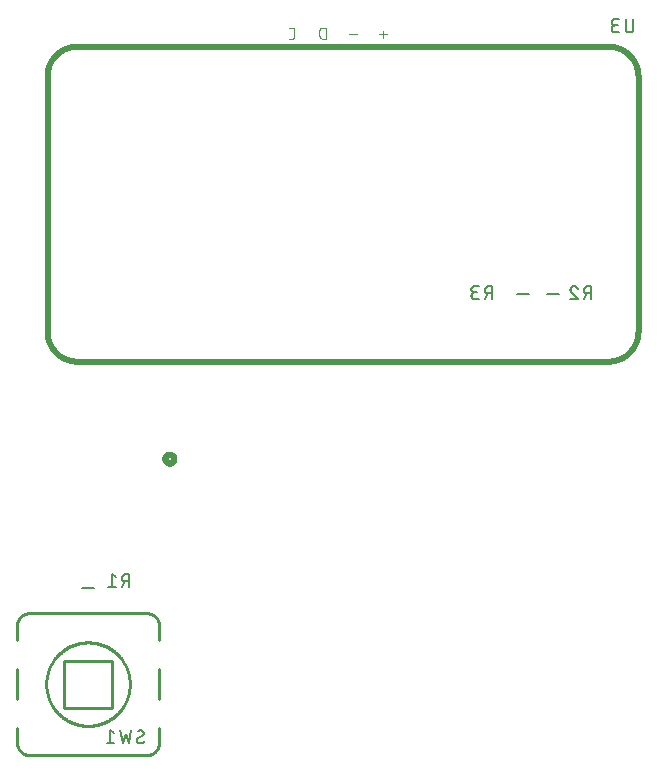
<source format=gbr>
G04 EAGLE Gerber RS-274X export*
G75*
%MOMM*%
%FSLAX34Y34*%
%LPD*%
%INSilkscreen Bottom*%
%IPPOS*%
%AMOC8*
5,1,8,0,0,1.08239X$1,22.5*%
G01*
%ADD10C,0.254000*%
%ADD11C,0.152400*%
%ADD12C,0.508000*%
%ADD13C,0.076200*%
%ADD14C,0.127000*%


D10*
X41600Y102400D02*
X41603Y102158D01*
X41612Y101917D01*
X41626Y101676D01*
X41647Y101435D01*
X41673Y101195D01*
X41705Y100955D01*
X41743Y100716D01*
X41786Y100479D01*
X41836Y100242D01*
X41891Y100007D01*
X41951Y99773D01*
X42018Y99541D01*
X42089Y99310D01*
X42167Y99081D01*
X42250Y98854D01*
X42338Y98629D01*
X42432Y98406D01*
X42531Y98186D01*
X42636Y97968D01*
X42745Y97753D01*
X42860Y97540D01*
X42980Y97330D01*
X43105Y97124D01*
X43235Y96920D01*
X43370Y96719D01*
X43510Y96522D01*
X43654Y96328D01*
X43803Y96138D01*
X43957Y95952D01*
X44115Y95769D01*
X44277Y95590D01*
X44444Y95415D01*
X44615Y95244D01*
X44790Y95077D01*
X44969Y94915D01*
X45152Y94757D01*
X45338Y94603D01*
X45528Y94454D01*
X45722Y94310D01*
X45919Y94170D01*
X46120Y94035D01*
X46324Y93905D01*
X46530Y93780D01*
X46740Y93660D01*
X46953Y93545D01*
X47168Y93436D01*
X47386Y93331D01*
X47606Y93232D01*
X47829Y93138D01*
X48054Y93050D01*
X48281Y92967D01*
X48510Y92889D01*
X48741Y92818D01*
X48973Y92751D01*
X49207Y92691D01*
X49442Y92636D01*
X49679Y92586D01*
X49916Y92543D01*
X50155Y92505D01*
X50395Y92473D01*
X50635Y92447D01*
X50876Y92426D01*
X51117Y92412D01*
X51358Y92403D01*
X51600Y92400D01*
X151600Y92400D01*
X151842Y92403D01*
X152083Y92412D01*
X152324Y92426D01*
X152565Y92447D01*
X152805Y92473D01*
X153045Y92505D01*
X153284Y92543D01*
X153521Y92586D01*
X153758Y92636D01*
X153993Y92691D01*
X154227Y92751D01*
X154459Y92818D01*
X154690Y92889D01*
X154919Y92967D01*
X155146Y93050D01*
X155371Y93138D01*
X155594Y93232D01*
X155814Y93331D01*
X156032Y93436D01*
X156247Y93545D01*
X156460Y93660D01*
X156670Y93780D01*
X156876Y93905D01*
X157080Y94035D01*
X157281Y94170D01*
X157478Y94310D01*
X157672Y94454D01*
X157862Y94603D01*
X158048Y94757D01*
X158231Y94915D01*
X158410Y95077D01*
X158585Y95244D01*
X158756Y95415D01*
X158923Y95590D01*
X159085Y95769D01*
X159243Y95952D01*
X159397Y96138D01*
X159546Y96328D01*
X159690Y96522D01*
X159830Y96719D01*
X159965Y96920D01*
X160095Y97124D01*
X160220Y97330D01*
X160340Y97540D01*
X160455Y97753D01*
X160564Y97968D01*
X160669Y98186D01*
X160768Y98406D01*
X160862Y98629D01*
X160950Y98854D01*
X161033Y99081D01*
X161111Y99310D01*
X161182Y99541D01*
X161249Y99773D01*
X161309Y100007D01*
X161364Y100242D01*
X161414Y100479D01*
X161457Y100716D01*
X161495Y100955D01*
X161527Y101195D01*
X161553Y101435D01*
X161574Y101676D01*
X161588Y101917D01*
X161597Y102158D01*
X161600Y102400D01*
X161600Y202400D02*
X161597Y202642D01*
X161588Y202883D01*
X161574Y203124D01*
X161553Y203365D01*
X161527Y203605D01*
X161495Y203845D01*
X161457Y204084D01*
X161414Y204321D01*
X161364Y204558D01*
X161309Y204793D01*
X161249Y205027D01*
X161182Y205259D01*
X161111Y205490D01*
X161033Y205719D01*
X160950Y205946D01*
X160862Y206171D01*
X160768Y206394D01*
X160669Y206614D01*
X160564Y206832D01*
X160455Y207047D01*
X160340Y207260D01*
X160220Y207470D01*
X160095Y207676D01*
X159965Y207880D01*
X159830Y208081D01*
X159690Y208278D01*
X159546Y208472D01*
X159397Y208662D01*
X159243Y208848D01*
X159085Y209031D01*
X158923Y209210D01*
X158756Y209385D01*
X158585Y209556D01*
X158410Y209723D01*
X158231Y209885D01*
X158048Y210043D01*
X157862Y210197D01*
X157672Y210346D01*
X157478Y210490D01*
X157281Y210630D01*
X157080Y210765D01*
X156876Y210895D01*
X156670Y211020D01*
X156460Y211140D01*
X156247Y211255D01*
X156032Y211364D01*
X155814Y211469D01*
X155594Y211568D01*
X155371Y211662D01*
X155146Y211750D01*
X154919Y211833D01*
X154690Y211911D01*
X154459Y211982D01*
X154227Y212049D01*
X153993Y212109D01*
X153758Y212164D01*
X153521Y212214D01*
X153284Y212257D01*
X153045Y212295D01*
X152805Y212327D01*
X152565Y212353D01*
X152324Y212374D01*
X152083Y212388D01*
X151842Y212397D01*
X151600Y212400D01*
X51600Y212400D01*
X51358Y212397D01*
X51117Y212388D01*
X50876Y212374D01*
X50635Y212353D01*
X50395Y212327D01*
X50155Y212295D01*
X49916Y212257D01*
X49679Y212214D01*
X49442Y212164D01*
X49207Y212109D01*
X48973Y212049D01*
X48741Y211982D01*
X48510Y211911D01*
X48281Y211833D01*
X48054Y211750D01*
X47829Y211662D01*
X47606Y211568D01*
X47386Y211469D01*
X47168Y211364D01*
X46953Y211255D01*
X46740Y211140D01*
X46530Y211020D01*
X46324Y210895D01*
X46120Y210765D01*
X45919Y210630D01*
X45722Y210490D01*
X45528Y210346D01*
X45338Y210197D01*
X45152Y210043D01*
X44969Y209885D01*
X44790Y209723D01*
X44615Y209556D01*
X44444Y209385D01*
X44277Y209210D01*
X44115Y209031D01*
X43957Y208848D01*
X43803Y208662D01*
X43654Y208472D01*
X43510Y208278D01*
X43370Y208081D01*
X43235Y207880D01*
X43105Y207676D01*
X42980Y207470D01*
X42860Y207260D01*
X42745Y207047D01*
X42636Y206832D01*
X42531Y206614D01*
X42432Y206394D01*
X42338Y206171D01*
X42250Y205946D01*
X42167Y205719D01*
X42089Y205490D01*
X42018Y205259D01*
X41951Y205027D01*
X41891Y204793D01*
X41836Y204558D01*
X41786Y204321D01*
X41743Y204084D01*
X41705Y203845D01*
X41673Y203605D01*
X41647Y203365D01*
X41626Y203124D01*
X41612Y202883D01*
X41603Y202642D01*
X41600Y202400D01*
X66245Y152400D02*
X66256Y153268D01*
X66288Y154135D01*
X66341Y155001D01*
X66415Y155865D01*
X66511Y156728D01*
X66628Y157588D01*
X66766Y158444D01*
X66924Y159297D01*
X67104Y160146D01*
X67305Y160991D01*
X67526Y161830D01*
X67767Y162663D01*
X68029Y163490D01*
X68312Y164311D01*
X68614Y165124D01*
X68936Y165930D01*
X69278Y166727D01*
X69639Y167516D01*
X70020Y168296D01*
X70420Y169066D01*
X70838Y169826D01*
X71275Y170576D01*
X71730Y171315D01*
X72203Y172042D01*
X72694Y172758D01*
X73203Y173461D01*
X73728Y174152D01*
X74270Y174829D01*
X74829Y175493D01*
X75404Y176143D01*
X75994Y176779D01*
X76600Y177400D01*
X77221Y178006D01*
X77857Y178596D01*
X78507Y179171D01*
X79171Y179730D01*
X79848Y180272D01*
X80539Y180797D01*
X81242Y181306D01*
X81958Y181797D01*
X82685Y182270D01*
X83424Y182725D01*
X84174Y183162D01*
X84934Y183580D01*
X85704Y183980D01*
X86484Y184361D01*
X87273Y184722D01*
X88070Y185064D01*
X88876Y185386D01*
X89689Y185688D01*
X90510Y185971D01*
X91337Y186233D01*
X92170Y186474D01*
X93009Y186695D01*
X93854Y186896D01*
X94703Y187076D01*
X95556Y187234D01*
X96412Y187372D01*
X97272Y187489D01*
X98135Y187585D01*
X98999Y187659D01*
X99865Y187712D01*
X100732Y187744D01*
X101600Y187755D01*
X102468Y187744D01*
X103335Y187712D01*
X104201Y187659D01*
X105065Y187585D01*
X105928Y187489D01*
X106788Y187372D01*
X107644Y187234D01*
X108497Y187076D01*
X109346Y186896D01*
X110191Y186695D01*
X111030Y186474D01*
X111863Y186233D01*
X112690Y185971D01*
X113511Y185688D01*
X114324Y185386D01*
X115130Y185064D01*
X115927Y184722D01*
X116716Y184361D01*
X117496Y183980D01*
X118266Y183580D01*
X119026Y183162D01*
X119776Y182725D01*
X120515Y182270D01*
X121242Y181797D01*
X121958Y181306D01*
X122661Y180797D01*
X123352Y180272D01*
X124029Y179730D01*
X124693Y179171D01*
X125343Y178596D01*
X125979Y178006D01*
X126600Y177400D01*
X127206Y176779D01*
X127796Y176143D01*
X128371Y175493D01*
X128930Y174829D01*
X129472Y174152D01*
X129997Y173461D01*
X130506Y172758D01*
X130997Y172042D01*
X131470Y171315D01*
X131925Y170576D01*
X132362Y169826D01*
X132780Y169066D01*
X133180Y168296D01*
X133561Y167516D01*
X133922Y166727D01*
X134264Y165930D01*
X134586Y165124D01*
X134888Y164311D01*
X135171Y163490D01*
X135433Y162663D01*
X135674Y161830D01*
X135895Y160991D01*
X136096Y160146D01*
X136276Y159297D01*
X136434Y158444D01*
X136572Y157588D01*
X136689Y156728D01*
X136785Y155865D01*
X136859Y155001D01*
X136912Y154135D01*
X136944Y153268D01*
X136955Y152400D01*
X136944Y151532D01*
X136912Y150665D01*
X136859Y149799D01*
X136785Y148935D01*
X136689Y148072D01*
X136572Y147212D01*
X136434Y146356D01*
X136276Y145503D01*
X136096Y144654D01*
X135895Y143809D01*
X135674Y142970D01*
X135433Y142137D01*
X135171Y141310D01*
X134888Y140489D01*
X134586Y139676D01*
X134264Y138870D01*
X133922Y138073D01*
X133561Y137284D01*
X133180Y136504D01*
X132780Y135734D01*
X132362Y134974D01*
X131925Y134224D01*
X131470Y133485D01*
X130997Y132758D01*
X130506Y132042D01*
X129997Y131339D01*
X129472Y130648D01*
X128930Y129971D01*
X128371Y129307D01*
X127796Y128657D01*
X127206Y128021D01*
X126600Y127400D01*
X125979Y126794D01*
X125343Y126204D01*
X124693Y125629D01*
X124029Y125070D01*
X123352Y124528D01*
X122661Y124003D01*
X121958Y123494D01*
X121242Y123003D01*
X120515Y122530D01*
X119776Y122075D01*
X119026Y121638D01*
X118266Y121220D01*
X117496Y120820D01*
X116716Y120439D01*
X115927Y120078D01*
X115130Y119736D01*
X114324Y119414D01*
X113511Y119112D01*
X112690Y118829D01*
X111863Y118567D01*
X111030Y118326D01*
X110191Y118105D01*
X109346Y117904D01*
X108497Y117724D01*
X107644Y117566D01*
X106788Y117428D01*
X105928Y117311D01*
X105065Y117215D01*
X104201Y117141D01*
X103335Y117088D01*
X102468Y117056D01*
X101600Y117045D01*
X100732Y117056D01*
X99865Y117088D01*
X98999Y117141D01*
X98135Y117215D01*
X97272Y117311D01*
X96412Y117428D01*
X95556Y117566D01*
X94703Y117724D01*
X93854Y117904D01*
X93009Y118105D01*
X92170Y118326D01*
X91337Y118567D01*
X90510Y118829D01*
X89689Y119112D01*
X88876Y119414D01*
X88070Y119736D01*
X87273Y120078D01*
X86484Y120439D01*
X85704Y120820D01*
X84934Y121220D01*
X84174Y121638D01*
X83424Y122075D01*
X82685Y122530D01*
X81958Y123003D01*
X81242Y123494D01*
X80539Y124003D01*
X79848Y124528D01*
X79171Y125070D01*
X78507Y125629D01*
X77857Y126204D01*
X77221Y126794D01*
X76600Y127400D01*
X75994Y128021D01*
X75404Y128657D01*
X74829Y129307D01*
X74270Y129971D01*
X73728Y130648D01*
X73203Y131339D01*
X72694Y132042D01*
X72203Y132758D01*
X71730Y133485D01*
X71275Y134224D01*
X70838Y134974D01*
X70420Y135734D01*
X70020Y136504D01*
X69639Y137284D01*
X69278Y138073D01*
X68936Y138870D01*
X68614Y139676D01*
X68312Y140489D01*
X68029Y141310D01*
X67767Y142137D01*
X67526Y142970D01*
X67305Y143809D01*
X67104Y144654D01*
X66924Y145503D01*
X66766Y146356D01*
X66628Y147212D01*
X66511Y148072D01*
X66415Y148935D01*
X66341Y149799D01*
X66288Y150665D01*
X66256Y151532D01*
X66245Y152400D01*
X81600Y172400D02*
X121600Y172400D01*
X81600Y172400D02*
X81600Y132400D01*
X121600Y132400D01*
X121600Y172400D01*
X161600Y189900D02*
X161600Y202400D01*
X161600Y164900D02*
X161600Y139900D01*
X161600Y114900D02*
X161600Y102400D01*
X41600Y189900D02*
X41600Y202400D01*
X41600Y164900D02*
X41600Y139900D01*
X41600Y114900D02*
X41600Y102400D01*
D11*
X142889Y104846D02*
X142891Y104748D01*
X142897Y104651D01*
X142906Y104554D01*
X142920Y104457D01*
X142937Y104361D01*
X142958Y104266D01*
X142982Y104172D01*
X143011Y104078D01*
X143043Y103986D01*
X143078Y103895D01*
X143117Y103806D01*
X143160Y103718D01*
X143206Y103632D01*
X143255Y103548D01*
X143308Y103466D01*
X143363Y103386D01*
X143422Y103308D01*
X143484Y103233D01*
X143549Y103160D01*
X143617Y103090D01*
X143687Y103022D01*
X143760Y102957D01*
X143835Y102895D01*
X143913Y102836D01*
X143993Y102781D01*
X144075Y102728D01*
X144159Y102679D01*
X144245Y102633D01*
X144333Y102590D01*
X144422Y102551D01*
X144513Y102516D01*
X144605Y102484D01*
X144699Y102455D01*
X144793Y102431D01*
X144888Y102410D01*
X144984Y102393D01*
X145081Y102379D01*
X145178Y102370D01*
X145275Y102364D01*
X145373Y102362D01*
X145516Y102364D01*
X145659Y102370D01*
X145801Y102379D01*
X145943Y102393D01*
X146085Y102411D01*
X146226Y102432D01*
X146367Y102457D01*
X146507Y102486D01*
X146646Y102519D01*
X146784Y102555D01*
X146921Y102596D01*
X147057Y102640D01*
X147191Y102687D01*
X147325Y102739D01*
X147456Y102793D01*
X147587Y102852D01*
X147715Y102914D01*
X147842Y102979D01*
X147967Y103048D01*
X148091Y103121D01*
X148212Y103196D01*
X148331Y103275D01*
X148448Y103357D01*
X148562Y103443D01*
X148674Y103531D01*
X148784Y103622D01*
X148891Y103717D01*
X148996Y103814D01*
X149098Y103914D01*
X148788Y111054D02*
X148786Y111152D01*
X148780Y111249D01*
X148771Y111346D01*
X148757Y111443D01*
X148740Y111539D01*
X148719Y111634D01*
X148695Y111728D01*
X148666Y111822D01*
X148634Y111914D01*
X148599Y112005D01*
X148560Y112094D01*
X148517Y112182D01*
X148471Y112268D01*
X148422Y112352D01*
X148369Y112434D01*
X148314Y112514D01*
X148255Y112592D01*
X148193Y112667D01*
X148128Y112740D01*
X148060Y112810D01*
X147990Y112878D01*
X147917Y112943D01*
X147842Y113005D01*
X147764Y113064D01*
X147684Y113119D01*
X147602Y113172D01*
X147518Y113221D01*
X147432Y113267D01*
X147344Y113310D01*
X147255Y113349D01*
X147164Y113384D01*
X147072Y113416D01*
X146978Y113445D01*
X146884Y113469D01*
X146789Y113490D01*
X146693Y113507D01*
X146596Y113521D01*
X146499Y113530D01*
X146402Y113536D01*
X146304Y113538D01*
X146174Y113536D01*
X146044Y113531D01*
X145914Y113522D01*
X145784Y113509D01*
X145655Y113493D01*
X145526Y113473D01*
X145398Y113449D01*
X145270Y113422D01*
X145144Y113391D01*
X145018Y113357D01*
X144893Y113319D01*
X144770Y113278D01*
X144647Y113233D01*
X144526Y113185D01*
X144406Y113134D01*
X144288Y113079D01*
X144172Y113021D01*
X144057Y112960D01*
X143943Y112895D01*
X143832Y112828D01*
X143723Y112757D01*
X143615Y112683D01*
X143510Y112607D01*
X147545Y108881D02*
X147628Y108932D01*
X147709Y108986D01*
X147787Y109043D01*
X147863Y109103D01*
X147937Y109166D01*
X148008Y109232D01*
X148077Y109300D01*
X148143Y109371D01*
X148207Y109444D01*
X148267Y109520D01*
X148324Y109598D01*
X148379Y109679D01*
X148430Y109761D01*
X148478Y109845D01*
X148523Y109931D01*
X148565Y110019D01*
X148603Y110108D01*
X148637Y110198D01*
X148669Y110290D01*
X148696Y110383D01*
X148720Y110477D01*
X148741Y110572D01*
X148757Y110668D01*
X148770Y110764D01*
X148780Y110860D01*
X148785Y110957D01*
X148787Y111054D01*
X144132Y107019D02*
X144049Y106968D01*
X143968Y106914D01*
X143890Y106857D01*
X143814Y106797D01*
X143740Y106734D01*
X143669Y106668D01*
X143600Y106600D01*
X143534Y106529D01*
X143470Y106456D01*
X143410Y106380D01*
X143353Y106302D01*
X143298Y106221D01*
X143247Y106139D01*
X143199Y106055D01*
X143154Y105969D01*
X143112Y105881D01*
X143074Y105792D01*
X143040Y105702D01*
X143008Y105610D01*
X142981Y105517D01*
X142957Y105423D01*
X142936Y105328D01*
X142920Y105232D01*
X142907Y105136D01*
X142897Y105040D01*
X142892Y104943D01*
X142890Y104846D01*
X144131Y107019D02*
X147546Y108881D01*
X138388Y113538D02*
X135904Y102362D01*
X133421Y109813D01*
X130937Y102362D01*
X128453Y113538D01*
X123571Y111054D02*
X120467Y113538D01*
X120467Y102362D01*
X123571Y102362D02*
X117362Y102362D01*
D12*
X92710Y425450D02*
X92096Y425457D01*
X91483Y425480D01*
X90870Y425517D01*
X90259Y425569D01*
X89648Y425635D01*
X89040Y425717D01*
X88434Y425813D01*
X87830Y425923D01*
X87229Y426048D01*
X86631Y426188D01*
X86037Y426342D01*
X85447Y426511D01*
X84861Y426693D01*
X84280Y426890D01*
X83703Y427101D01*
X83132Y427325D01*
X82566Y427563D01*
X82006Y427815D01*
X81453Y428081D01*
X80906Y428359D01*
X80366Y428651D01*
X79833Y428956D01*
X79308Y429274D01*
X78790Y429604D01*
X78281Y429946D01*
X77780Y430301D01*
X77288Y430668D01*
X76805Y431046D01*
X76331Y431436D01*
X75867Y431838D01*
X75412Y432250D01*
X74968Y432674D01*
X74534Y433108D01*
X74110Y433552D01*
X73698Y434007D01*
X73296Y434471D01*
X72906Y434945D01*
X72528Y435428D01*
X72161Y435920D01*
X71806Y436421D01*
X71464Y436930D01*
X71134Y437448D01*
X70816Y437973D01*
X70511Y438506D01*
X70219Y439046D01*
X69941Y439593D01*
X69675Y440146D01*
X69423Y440706D01*
X69185Y441272D01*
X68961Y441843D01*
X68750Y442420D01*
X68553Y443001D01*
X68371Y443587D01*
X68202Y444177D01*
X68048Y444771D01*
X67908Y445369D01*
X67783Y445970D01*
X67673Y446574D01*
X67577Y447180D01*
X67495Y447788D01*
X67429Y448399D01*
X67377Y449010D01*
X67340Y449623D01*
X67317Y450236D01*
X67310Y450850D01*
X67310Y666750D01*
X67317Y667364D01*
X67340Y667977D01*
X67377Y668590D01*
X67429Y669201D01*
X67495Y669812D01*
X67577Y670420D01*
X67673Y671026D01*
X67783Y671630D01*
X67908Y672231D01*
X68048Y672829D01*
X68202Y673423D01*
X68371Y674013D01*
X68553Y674599D01*
X68750Y675180D01*
X68961Y675757D01*
X69185Y676328D01*
X69423Y676894D01*
X69675Y677454D01*
X69941Y678007D01*
X70219Y678554D01*
X70511Y679094D01*
X70816Y679627D01*
X71134Y680152D01*
X71464Y680670D01*
X71806Y681179D01*
X72161Y681680D01*
X72528Y682172D01*
X72906Y682655D01*
X73296Y683129D01*
X73698Y683593D01*
X74110Y684048D01*
X74534Y684492D01*
X74968Y684926D01*
X75412Y685350D01*
X75867Y685762D01*
X76331Y686164D01*
X76805Y686554D01*
X77288Y686932D01*
X77780Y687299D01*
X78281Y687654D01*
X78790Y687996D01*
X79308Y688326D01*
X79833Y688644D01*
X80366Y688949D01*
X80906Y689241D01*
X81453Y689519D01*
X82006Y689785D01*
X82566Y690037D01*
X83132Y690275D01*
X83703Y690499D01*
X84280Y690710D01*
X84861Y690907D01*
X85447Y691089D01*
X86037Y691258D01*
X86631Y691412D01*
X87229Y691552D01*
X87830Y691677D01*
X88434Y691787D01*
X89040Y691883D01*
X89648Y691965D01*
X90259Y692031D01*
X90870Y692083D01*
X91483Y692120D01*
X92096Y692143D01*
X92710Y692150D01*
X542290Y692150D01*
X542904Y692143D01*
X543517Y692120D01*
X544130Y692083D01*
X544741Y692031D01*
X545352Y691965D01*
X545960Y691883D01*
X546566Y691787D01*
X547170Y691677D01*
X547771Y691552D01*
X548369Y691412D01*
X548963Y691258D01*
X549553Y691089D01*
X550139Y690907D01*
X550720Y690710D01*
X551297Y690499D01*
X551868Y690275D01*
X552434Y690037D01*
X552994Y689785D01*
X553547Y689519D01*
X554094Y689241D01*
X554634Y688949D01*
X555167Y688644D01*
X555692Y688326D01*
X556210Y687996D01*
X556719Y687654D01*
X557220Y687299D01*
X557712Y686932D01*
X558195Y686554D01*
X558669Y686164D01*
X559133Y685762D01*
X559588Y685350D01*
X560032Y684926D01*
X560466Y684492D01*
X560890Y684048D01*
X561302Y683593D01*
X561704Y683129D01*
X562094Y682655D01*
X562472Y682172D01*
X562839Y681680D01*
X563194Y681179D01*
X563536Y680670D01*
X563866Y680152D01*
X564184Y679627D01*
X564489Y679094D01*
X564781Y678554D01*
X565059Y678007D01*
X565325Y677454D01*
X565577Y676894D01*
X565815Y676328D01*
X566039Y675757D01*
X566250Y675180D01*
X566447Y674599D01*
X566629Y674013D01*
X566798Y673423D01*
X566952Y672829D01*
X567092Y672231D01*
X567217Y671630D01*
X567327Y671026D01*
X567423Y670420D01*
X567505Y669812D01*
X567571Y669201D01*
X567623Y668590D01*
X567660Y667977D01*
X567683Y667364D01*
X567690Y666750D01*
X567690Y450850D01*
X567683Y450236D01*
X567660Y449623D01*
X567623Y449010D01*
X567571Y448399D01*
X567505Y447788D01*
X567423Y447180D01*
X567327Y446574D01*
X567217Y445970D01*
X567092Y445369D01*
X566952Y444771D01*
X566798Y444177D01*
X566629Y443587D01*
X566447Y443001D01*
X566250Y442420D01*
X566039Y441843D01*
X565815Y441272D01*
X565577Y440706D01*
X565325Y440146D01*
X565059Y439593D01*
X564781Y439046D01*
X564489Y438506D01*
X564184Y437973D01*
X563866Y437448D01*
X563536Y436930D01*
X563194Y436421D01*
X562839Y435920D01*
X562472Y435428D01*
X562094Y434945D01*
X561704Y434471D01*
X561302Y434007D01*
X560890Y433552D01*
X560466Y433108D01*
X560032Y432674D01*
X559588Y432250D01*
X559133Y431838D01*
X558669Y431436D01*
X558195Y431046D01*
X557712Y430668D01*
X557220Y430301D01*
X556719Y429946D01*
X556210Y429604D01*
X555692Y429274D01*
X555167Y428956D01*
X554634Y428651D01*
X554094Y428359D01*
X553547Y428081D01*
X552994Y427815D01*
X552434Y427563D01*
X551868Y427325D01*
X551297Y427101D01*
X550720Y426890D01*
X550139Y426693D01*
X549553Y426511D01*
X548963Y426342D01*
X548369Y426188D01*
X547771Y426048D01*
X547170Y425923D01*
X546566Y425813D01*
X545960Y425717D01*
X545352Y425635D01*
X544741Y425569D01*
X544130Y425517D01*
X543517Y425480D01*
X542904Y425457D01*
X542290Y425450D01*
X92710Y425450D01*
D13*
X272161Y698881D02*
X274249Y698881D01*
X274338Y698883D01*
X274426Y698889D01*
X274514Y698898D01*
X274602Y698911D01*
X274689Y698928D01*
X274775Y698948D01*
X274860Y698973D01*
X274945Y699000D01*
X275028Y699032D01*
X275109Y699066D01*
X275189Y699105D01*
X275267Y699146D01*
X275344Y699191D01*
X275418Y699239D01*
X275491Y699290D01*
X275561Y699344D01*
X275628Y699402D01*
X275694Y699462D01*
X275756Y699524D01*
X275816Y699590D01*
X275874Y699657D01*
X275928Y699727D01*
X275979Y699800D01*
X276027Y699874D01*
X276072Y699951D01*
X276113Y700029D01*
X276152Y700109D01*
X276186Y700190D01*
X276218Y700273D01*
X276245Y700358D01*
X276270Y700443D01*
X276290Y700529D01*
X276307Y700616D01*
X276320Y700704D01*
X276329Y700792D01*
X276335Y700880D01*
X276337Y700969D01*
X276338Y700969D02*
X276338Y706191D01*
X276337Y706191D02*
X276335Y706280D01*
X276329Y706368D01*
X276320Y706456D01*
X276307Y706544D01*
X276290Y706631D01*
X276270Y706717D01*
X276245Y706802D01*
X276218Y706887D01*
X276186Y706970D01*
X276152Y707051D01*
X276113Y707131D01*
X276072Y707209D01*
X276027Y707286D01*
X275979Y707360D01*
X275928Y707433D01*
X275874Y707503D01*
X275816Y707570D01*
X275756Y707636D01*
X275694Y707698D01*
X275628Y707758D01*
X275561Y707816D01*
X275491Y707870D01*
X275418Y707921D01*
X275344Y707969D01*
X275267Y708014D01*
X275189Y708055D01*
X275109Y708094D01*
X275028Y708128D01*
X274945Y708160D01*
X274860Y708187D01*
X274775Y708212D01*
X274689Y708232D01*
X274602Y708249D01*
X274514Y708262D01*
X274426Y708271D01*
X274338Y708277D01*
X274249Y708279D01*
X272161Y708279D01*
X302782Y708279D02*
X302782Y698881D01*
X302782Y708279D02*
X300172Y708279D01*
X300072Y708277D01*
X299972Y708271D01*
X299873Y708262D01*
X299773Y708248D01*
X299675Y708231D01*
X299577Y708210D01*
X299480Y708186D01*
X299384Y708157D01*
X299289Y708125D01*
X299196Y708090D01*
X299104Y708051D01*
X299013Y708008D01*
X298925Y707962D01*
X298838Y707912D01*
X298753Y707860D01*
X298670Y707804D01*
X298589Y707745D01*
X298511Y707682D01*
X298435Y707617D01*
X298361Y707549D01*
X298291Y707479D01*
X298223Y707405D01*
X298158Y707329D01*
X298095Y707251D01*
X298036Y707170D01*
X297980Y707087D01*
X297928Y707002D01*
X297878Y706915D01*
X297832Y706827D01*
X297789Y706736D01*
X297750Y706644D01*
X297715Y706551D01*
X297683Y706456D01*
X297654Y706360D01*
X297630Y706263D01*
X297609Y706165D01*
X297592Y706067D01*
X297578Y705967D01*
X297569Y705868D01*
X297563Y705768D01*
X297561Y705668D01*
X297561Y701492D01*
X297563Y701392D01*
X297569Y701292D01*
X297578Y701193D01*
X297592Y701093D01*
X297609Y700995D01*
X297630Y700897D01*
X297654Y700800D01*
X297683Y700704D01*
X297715Y700609D01*
X297750Y700516D01*
X297789Y700424D01*
X297832Y700333D01*
X297878Y700245D01*
X297928Y700158D01*
X297980Y700073D01*
X298036Y699990D01*
X298095Y699909D01*
X298158Y699831D01*
X298223Y699755D01*
X298291Y699681D01*
X298361Y699611D01*
X298435Y699543D01*
X298511Y699478D01*
X298589Y699415D01*
X298670Y699356D01*
X298753Y699300D01*
X298838Y699248D01*
X298925Y699198D01*
X299013Y699152D01*
X299104Y699109D01*
X299196Y699070D01*
X299289Y699035D01*
X299384Y699003D01*
X299480Y698974D01*
X299577Y698950D01*
X299675Y698929D01*
X299773Y698912D01*
X299873Y698898D01*
X299972Y698889D01*
X300072Y698883D01*
X300172Y698881D01*
X302782Y698881D01*
X322961Y702536D02*
X329226Y702536D01*
X348361Y702536D02*
X354626Y702536D01*
X351494Y705668D02*
X351494Y699403D01*
D11*
X563118Y707446D02*
X563118Y715518D01*
X563118Y707446D02*
X563116Y707335D01*
X563110Y707225D01*
X563100Y707114D01*
X563086Y707004D01*
X563069Y706895D01*
X563047Y706786D01*
X563022Y706678D01*
X562992Y706572D01*
X562959Y706466D01*
X562922Y706361D01*
X562882Y706258D01*
X562837Y706157D01*
X562790Y706057D01*
X562738Y705958D01*
X562683Y705862D01*
X562625Y705768D01*
X562564Y705676D01*
X562499Y705586D01*
X562431Y705498D01*
X562360Y705413D01*
X562286Y705331D01*
X562209Y705251D01*
X562129Y705174D01*
X562047Y705100D01*
X561962Y705029D01*
X561874Y704961D01*
X561784Y704896D01*
X561692Y704835D01*
X561598Y704777D01*
X561502Y704722D01*
X561403Y704670D01*
X561303Y704623D01*
X561202Y704578D01*
X561099Y704538D01*
X560994Y704501D01*
X560888Y704468D01*
X560782Y704438D01*
X560674Y704413D01*
X560565Y704391D01*
X560456Y704374D01*
X560346Y704360D01*
X560235Y704350D01*
X560125Y704344D01*
X560014Y704342D01*
X559903Y704344D01*
X559793Y704350D01*
X559682Y704360D01*
X559572Y704374D01*
X559463Y704391D01*
X559354Y704413D01*
X559246Y704438D01*
X559140Y704468D01*
X559034Y704501D01*
X558929Y704538D01*
X558826Y704578D01*
X558725Y704623D01*
X558625Y704670D01*
X558526Y704722D01*
X558430Y704777D01*
X558336Y704835D01*
X558244Y704896D01*
X558154Y704961D01*
X558066Y705029D01*
X557981Y705100D01*
X557899Y705174D01*
X557819Y705251D01*
X557742Y705331D01*
X557668Y705413D01*
X557597Y705498D01*
X557529Y705586D01*
X557464Y705676D01*
X557403Y705768D01*
X557345Y705862D01*
X557290Y705958D01*
X557238Y706057D01*
X557191Y706157D01*
X557146Y706258D01*
X557106Y706361D01*
X557069Y706466D01*
X557036Y706572D01*
X557006Y706678D01*
X556981Y706786D01*
X556959Y706895D01*
X556942Y707004D01*
X556928Y707114D01*
X556918Y707225D01*
X556912Y707335D01*
X556910Y707446D01*
X556909Y707446D02*
X556909Y715518D01*
X551307Y704342D02*
X548203Y704342D01*
X548092Y704344D01*
X547982Y704350D01*
X547871Y704360D01*
X547761Y704374D01*
X547652Y704391D01*
X547543Y704413D01*
X547435Y704438D01*
X547329Y704468D01*
X547223Y704501D01*
X547118Y704538D01*
X547015Y704578D01*
X546914Y704623D01*
X546814Y704670D01*
X546715Y704722D01*
X546619Y704777D01*
X546525Y704835D01*
X546433Y704896D01*
X546343Y704961D01*
X546255Y705029D01*
X546170Y705100D01*
X546088Y705174D01*
X546008Y705251D01*
X545931Y705331D01*
X545857Y705413D01*
X545786Y705498D01*
X545718Y705586D01*
X545653Y705676D01*
X545592Y705768D01*
X545534Y705862D01*
X545479Y705958D01*
X545427Y706057D01*
X545380Y706157D01*
X545335Y706258D01*
X545295Y706361D01*
X545258Y706466D01*
X545225Y706572D01*
X545195Y706678D01*
X545170Y706786D01*
X545148Y706895D01*
X545131Y707004D01*
X545117Y707114D01*
X545107Y707225D01*
X545101Y707335D01*
X545099Y707446D01*
X545101Y707557D01*
X545107Y707667D01*
X545117Y707778D01*
X545131Y707888D01*
X545148Y707997D01*
X545170Y708106D01*
X545195Y708214D01*
X545225Y708320D01*
X545258Y708426D01*
X545295Y708531D01*
X545335Y708634D01*
X545380Y708735D01*
X545427Y708835D01*
X545479Y708934D01*
X545534Y709030D01*
X545592Y709124D01*
X545653Y709216D01*
X545718Y709306D01*
X545786Y709394D01*
X545857Y709479D01*
X545931Y709561D01*
X546008Y709641D01*
X546088Y709718D01*
X546170Y709792D01*
X546255Y709863D01*
X546343Y709931D01*
X546433Y709996D01*
X546525Y710057D01*
X546619Y710115D01*
X546715Y710170D01*
X546814Y710222D01*
X546914Y710269D01*
X547015Y710314D01*
X547118Y710354D01*
X547223Y710391D01*
X547329Y710424D01*
X547435Y710454D01*
X547543Y710479D01*
X547652Y710501D01*
X547761Y710518D01*
X547871Y710532D01*
X547982Y710542D01*
X548092Y710548D01*
X548203Y710550D01*
X547582Y715518D02*
X551307Y715518D01*
X547582Y715518D02*
X547483Y715516D01*
X547385Y715510D01*
X547286Y715500D01*
X547189Y715487D01*
X547091Y715469D01*
X546995Y715448D01*
X546899Y715422D01*
X546805Y715393D01*
X546712Y715361D01*
X546620Y715324D01*
X546530Y715284D01*
X546441Y715240D01*
X546354Y715193D01*
X546269Y715143D01*
X546187Y715089D01*
X546106Y715032D01*
X546028Y714972D01*
X545952Y714908D01*
X545879Y714842D01*
X545808Y714773D01*
X545740Y714701D01*
X545676Y714626D01*
X545614Y714549D01*
X545555Y714470D01*
X545500Y714388D01*
X545447Y714304D01*
X545399Y714219D01*
X545353Y714131D01*
X545311Y714041D01*
X545273Y713950D01*
X545239Y713858D01*
X545208Y713764D01*
X545181Y713669D01*
X545157Y713573D01*
X545138Y713476D01*
X545122Y713379D01*
X545110Y713281D01*
X545102Y713182D01*
X545098Y713083D01*
X545098Y712985D01*
X545102Y712886D01*
X545110Y712787D01*
X545122Y712689D01*
X545138Y712592D01*
X545157Y712495D01*
X545181Y712399D01*
X545208Y712304D01*
X545239Y712210D01*
X545273Y712118D01*
X545311Y712027D01*
X545353Y711937D01*
X545399Y711849D01*
X545447Y711764D01*
X545500Y711680D01*
X545555Y711598D01*
X545614Y711519D01*
X545676Y711442D01*
X545740Y711367D01*
X545808Y711295D01*
X545879Y711226D01*
X545952Y711160D01*
X546028Y711096D01*
X546106Y711036D01*
X546187Y710979D01*
X546269Y710925D01*
X546354Y710875D01*
X546441Y710828D01*
X546530Y710784D01*
X546620Y710744D01*
X546712Y710707D01*
X546805Y710675D01*
X546899Y710646D01*
X546995Y710620D01*
X547091Y710599D01*
X547189Y710581D01*
X547286Y710568D01*
X547385Y710558D01*
X547483Y710552D01*
X547582Y710550D01*
X547582Y710551D02*
X550065Y710551D01*
D12*
X174752Y342900D02*
X174750Y342778D01*
X174744Y342656D01*
X174734Y342534D01*
X174721Y342413D01*
X174703Y342292D01*
X174682Y342172D01*
X174656Y342052D01*
X174627Y341934D01*
X174595Y341816D01*
X174558Y341699D01*
X174518Y341584D01*
X174474Y341470D01*
X174426Y341358D01*
X174375Y341247D01*
X174320Y341138D01*
X174262Y341030D01*
X174200Y340925D01*
X174135Y340822D01*
X174067Y340720D01*
X173995Y340621D01*
X173921Y340525D01*
X173843Y340430D01*
X173762Y340339D01*
X173679Y340249D01*
X173593Y340163D01*
X173503Y340080D01*
X173412Y339999D01*
X173317Y339921D01*
X173221Y339847D01*
X173122Y339775D01*
X173020Y339707D01*
X172917Y339642D01*
X172812Y339580D01*
X172704Y339522D01*
X172595Y339467D01*
X172484Y339416D01*
X172372Y339368D01*
X172258Y339324D01*
X172143Y339284D01*
X172026Y339247D01*
X171908Y339215D01*
X171790Y339186D01*
X171670Y339160D01*
X171550Y339139D01*
X171429Y339121D01*
X171308Y339108D01*
X171186Y339098D01*
X171064Y339092D01*
X170942Y339090D01*
X170820Y339092D01*
X170698Y339098D01*
X170576Y339108D01*
X170455Y339121D01*
X170334Y339139D01*
X170214Y339160D01*
X170094Y339186D01*
X169976Y339215D01*
X169858Y339247D01*
X169741Y339284D01*
X169626Y339324D01*
X169512Y339368D01*
X169400Y339416D01*
X169289Y339467D01*
X169180Y339522D01*
X169072Y339580D01*
X168967Y339642D01*
X168864Y339707D01*
X168762Y339775D01*
X168663Y339847D01*
X168567Y339921D01*
X168472Y339999D01*
X168381Y340080D01*
X168291Y340163D01*
X168205Y340249D01*
X168122Y340339D01*
X168041Y340430D01*
X167963Y340525D01*
X167889Y340621D01*
X167817Y340720D01*
X167749Y340822D01*
X167684Y340925D01*
X167622Y341030D01*
X167564Y341138D01*
X167509Y341247D01*
X167458Y341358D01*
X167410Y341470D01*
X167366Y341584D01*
X167326Y341699D01*
X167289Y341816D01*
X167257Y341934D01*
X167228Y342052D01*
X167202Y342172D01*
X167181Y342292D01*
X167163Y342413D01*
X167150Y342534D01*
X167140Y342656D01*
X167134Y342778D01*
X167132Y342900D01*
X167134Y343022D01*
X167140Y343144D01*
X167150Y343266D01*
X167163Y343387D01*
X167181Y343508D01*
X167202Y343628D01*
X167228Y343748D01*
X167257Y343866D01*
X167289Y343984D01*
X167326Y344101D01*
X167366Y344216D01*
X167410Y344330D01*
X167458Y344442D01*
X167509Y344553D01*
X167564Y344662D01*
X167622Y344770D01*
X167684Y344875D01*
X167749Y344978D01*
X167817Y345080D01*
X167889Y345179D01*
X167963Y345275D01*
X168041Y345370D01*
X168122Y345461D01*
X168205Y345551D01*
X168291Y345637D01*
X168381Y345720D01*
X168472Y345801D01*
X168567Y345879D01*
X168663Y345953D01*
X168762Y346025D01*
X168864Y346093D01*
X168967Y346158D01*
X169072Y346220D01*
X169180Y346278D01*
X169289Y346333D01*
X169400Y346384D01*
X169512Y346432D01*
X169626Y346476D01*
X169741Y346516D01*
X169858Y346553D01*
X169976Y346585D01*
X170094Y346614D01*
X170214Y346640D01*
X170334Y346661D01*
X170455Y346679D01*
X170576Y346692D01*
X170698Y346702D01*
X170820Y346708D01*
X170942Y346710D01*
X171064Y346708D01*
X171186Y346702D01*
X171308Y346692D01*
X171429Y346679D01*
X171550Y346661D01*
X171670Y346640D01*
X171790Y346614D01*
X171908Y346585D01*
X172026Y346553D01*
X172143Y346516D01*
X172258Y346476D01*
X172372Y346432D01*
X172484Y346384D01*
X172595Y346333D01*
X172704Y346278D01*
X172812Y346220D01*
X172917Y346158D01*
X173020Y346093D01*
X173122Y346025D01*
X173221Y345953D01*
X173317Y345879D01*
X173412Y345801D01*
X173503Y345720D01*
X173593Y345637D01*
X173679Y345551D01*
X173762Y345461D01*
X173843Y345370D01*
X173921Y345275D01*
X173995Y345179D01*
X174067Y345080D01*
X174135Y344978D01*
X174200Y344875D01*
X174262Y344770D01*
X174320Y344662D01*
X174375Y344553D01*
X174426Y344442D01*
X174474Y344330D01*
X174518Y344216D01*
X174558Y344101D01*
X174595Y343984D01*
X174627Y343866D01*
X174656Y343748D01*
X174682Y343628D01*
X174703Y343508D01*
X174721Y343387D01*
X174734Y343266D01*
X174744Y343144D01*
X174750Y343022D01*
X174752Y342900D01*
D14*
X106680Y233680D02*
X96520Y233680D01*
D11*
X136398Y234442D02*
X136398Y245618D01*
X133294Y245618D01*
X133183Y245616D01*
X133073Y245610D01*
X132962Y245600D01*
X132852Y245586D01*
X132743Y245569D01*
X132634Y245547D01*
X132526Y245522D01*
X132420Y245492D01*
X132314Y245459D01*
X132209Y245422D01*
X132106Y245382D01*
X132005Y245337D01*
X131905Y245290D01*
X131806Y245238D01*
X131710Y245183D01*
X131616Y245125D01*
X131524Y245064D01*
X131434Y244999D01*
X131346Y244931D01*
X131261Y244860D01*
X131179Y244786D01*
X131099Y244709D01*
X131022Y244629D01*
X130948Y244547D01*
X130877Y244462D01*
X130809Y244374D01*
X130744Y244284D01*
X130683Y244192D01*
X130625Y244098D01*
X130570Y244002D01*
X130518Y243903D01*
X130471Y243803D01*
X130426Y243702D01*
X130386Y243599D01*
X130349Y243494D01*
X130316Y243388D01*
X130286Y243282D01*
X130261Y243174D01*
X130239Y243065D01*
X130222Y242956D01*
X130208Y242846D01*
X130198Y242735D01*
X130192Y242625D01*
X130190Y242514D01*
X130192Y242403D01*
X130198Y242293D01*
X130208Y242182D01*
X130222Y242072D01*
X130239Y241963D01*
X130261Y241854D01*
X130286Y241746D01*
X130316Y241640D01*
X130349Y241534D01*
X130386Y241429D01*
X130426Y241326D01*
X130471Y241225D01*
X130518Y241125D01*
X130570Y241026D01*
X130625Y240930D01*
X130683Y240836D01*
X130744Y240744D01*
X130809Y240654D01*
X130877Y240566D01*
X130948Y240481D01*
X131022Y240399D01*
X131099Y240319D01*
X131179Y240242D01*
X131261Y240168D01*
X131346Y240097D01*
X131434Y240029D01*
X131524Y239964D01*
X131616Y239903D01*
X131710Y239845D01*
X131806Y239790D01*
X131905Y239738D01*
X132005Y239691D01*
X132106Y239646D01*
X132209Y239606D01*
X132314Y239569D01*
X132420Y239536D01*
X132526Y239506D01*
X132634Y239481D01*
X132743Y239459D01*
X132852Y239442D01*
X132962Y239428D01*
X133073Y239418D01*
X133183Y239412D01*
X133294Y239410D01*
X133294Y239409D02*
X136398Y239409D01*
X132673Y239409D02*
X130189Y234442D01*
X125060Y243134D02*
X121956Y245618D01*
X121956Y234442D01*
X125060Y234442D02*
X118851Y234442D01*
D14*
X464820Y482600D02*
X474980Y482600D01*
D11*
X443738Y478282D02*
X443738Y489458D01*
X440634Y489458D01*
X440523Y489456D01*
X440413Y489450D01*
X440302Y489440D01*
X440192Y489426D01*
X440083Y489409D01*
X439974Y489387D01*
X439866Y489362D01*
X439760Y489332D01*
X439654Y489299D01*
X439549Y489262D01*
X439446Y489222D01*
X439345Y489177D01*
X439245Y489130D01*
X439146Y489078D01*
X439050Y489023D01*
X438956Y488965D01*
X438864Y488904D01*
X438774Y488839D01*
X438686Y488771D01*
X438601Y488700D01*
X438519Y488626D01*
X438439Y488549D01*
X438362Y488469D01*
X438288Y488387D01*
X438217Y488302D01*
X438149Y488214D01*
X438084Y488124D01*
X438023Y488032D01*
X437965Y487938D01*
X437910Y487842D01*
X437858Y487743D01*
X437811Y487643D01*
X437766Y487542D01*
X437726Y487439D01*
X437689Y487334D01*
X437656Y487228D01*
X437626Y487122D01*
X437601Y487014D01*
X437579Y486905D01*
X437562Y486796D01*
X437548Y486686D01*
X437538Y486575D01*
X437532Y486465D01*
X437530Y486354D01*
X437532Y486243D01*
X437538Y486133D01*
X437548Y486022D01*
X437562Y485912D01*
X437579Y485803D01*
X437601Y485694D01*
X437626Y485586D01*
X437656Y485480D01*
X437689Y485374D01*
X437726Y485269D01*
X437766Y485166D01*
X437811Y485065D01*
X437858Y484965D01*
X437910Y484866D01*
X437965Y484770D01*
X438023Y484676D01*
X438084Y484584D01*
X438149Y484494D01*
X438217Y484406D01*
X438288Y484321D01*
X438362Y484239D01*
X438439Y484159D01*
X438519Y484082D01*
X438601Y484008D01*
X438686Y483937D01*
X438774Y483869D01*
X438864Y483804D01*
X438956Y483743D01*
X439050Y483685D01*
X439146Y483630D01*
X439245Y483578D01*
X439345Y483531D01*
X439446Y483486D01*
X439549Y483446D01*
X439654Y483409D01*
X439760Y483376D01*
X439866Y483346D01*
X439974Y483321D01*
X440083Y483299D01*
X440192Y483282D01*
X440302Y483268D01*
X440413Y483258D01*
X440523Y483252D01*
X440634Y483250D01*
X440634Y483249D02*
X443738Y483249D01*
X440013Y483249D02*
X437529Y478282D01*
X432400Y478282D02*
X429296Y478282D01*
X429185Y478284D01*
X429075Y478290D01*
X428964Y478300D01*
X428854Y478314D01*
X428745Y478331D01*
X428636Y478353D01*
X428528Y478378D01*
X428422Y478408D01*
X428316Y478441D01*
X428211Y478478D01*
X428108Y478518D01*
X428007Y478563D01*
X427907Y478610D01*
X427808Y478662D01*
X427712Y478717D01*
X427618Y478775D01*
X427526Y478836D01*
X427436Y478901D01*
X427348Y478969D01*
X427263Y479040D01*
X427181Y479114D01*
X427101Y479191D01*
X427024Y479271D01*
X426950Y479353D01*
X426879Y479438D01*
X426811Y479526D01*
X426746Y479616D01*
X426685Y479708D01*
X426627Y479802D01*
X426572Y479898D01*
X426520Y479997D01*
X426473Y480097D01*
X426428Y480198D01*
X426388Y480301D01*
X426351Y480406D01*
X426318Y480512D01*
X426288Y480618D01*
X426263Y480726D01*
X426241Y480835D01*
X426224Y480944D01*
X426210Y481054D01*
X426200Y481165D01*
X426194Y481275D01*
X426192Y481386D01*
X426194Y481497D01*
X426200Y481607D01*
X426210Y481718D01*
X426224Y481828D01*
X426241Y481937D01*
X426263Y482046D01*
X426288Y482154D01*
X426318Y482260D01*
X426351Y482366D01*
X426388Y482471D01*
X426428Y482574D01*
X426473Y482675D01*
X426520Y482775D01*
X426572Y482874D01*
X426627Y482970D01*
X426685Y483064D01*
X426746Y483156D01*
X426811Y483246D01*
X426879Y483334D01*
X426950Y483419D01*
X427024Y483501D01*
X427101Y483581D01*
X427181Y483658D01*
X427263Y483732D01*
X427348Y483803D01*
X427436Y483871D01*
X427526Y483936D01*
X427618Y483997D01*
X427712Y484055D01*
X427808Y484110D01*
X427907Y484162D01*
X428007Y484209D01*
X428108Y484254D01*
X428211Y484294D01*
X428316Y484331D01*
X428422Y484364D01*
X428528Y484394D01*
X428636Y484419D01*
X428745Y484441D01*
X428854Y484458D01*
X428964Y484472D01*
X429075Y484482D01*
X429185Y484488D01*
X429296Y484490D01*
X428675Y489458D02*
X432400Y489458D01*
X428675Y489458D02*
X428576Y489456D01*
X428478Y489450D01*
X428379Y489440D01*
X428282Y489427D01*
X428184Y489409D01*
X428088Y489388D01*
X427992Y489362D01*
X427898Y489333D01*
X427805Y489301D01*
X427713Y489264D01*
X427623Y489224D01*
X427534Y489180D01*
X427447Y489133D01*
X427362Y489083D01*
X427280Y489029D01*
X427199Y488972D01*
X427121Y488912D01*
X427045Y488848D01*
X426972Y488782D01*
X426901Y488713D01*
X426833Y488641D01*
X426769Y488566D01*
X426707Y488489D01*
X426648Y488410D01*
X426593Y488328D01*
X426540Y488244D01*
X426492Y488159D01*
X426446Y488071D01*
X426404Y487981D01*
X426366Y487890D01*
X426332Y487798D01*
X426301Y487704D01*
X426274Y487609D01*
X426250Y487513D01*
X426231Y487416D01*
X426215Y487319D01*
X426203Y487221D01*
X426195Y487122D01*
X426191Y487023D01*
X426191Y486925D01*
X426195Y486826D01*
X426203Y486727D01*
X426215Y486629D01*
X426231Y486532D01*
X426250Y486435D01*
X426274Y486339D01*
X426301Y486244D01*
X426332Y486150D01*
X426366Y486058D01*
X426404Y485967D01*
X426446Y485877D01*
X426492Y485789D01*
X426540Y485704D01*
X426593Y485620D01*
X426648Y485538D01*
X426707Y485459D01*
X426769Y485382D01*
X426833Y485307D01*
X426901Y485235D01*
X426972Y485166D01*
X427045Y485100D01*
X427121Y485036D01*
X427199Y484976D01*
X427280Y484919D01*
X427362Y484865D01*
X427447Y484815D01*
X427534Y484768D01*
X427623Y484724D01*
X427713Y484684D01*
X427805Y484647D01*
X427898Y484615D01*
X427992Y484586D01*
X428088Y484560D01*
X428184Y484539D01*
X428282Y484521D01*
X428379Y484508D01*
X428478Y484498D01*
X428576Y484492D01*
X428675Y484490D01*
X428675Y484491D02*
X431158Y484491D01*
D14*
X490220Y482600D02*
X500380Y482600D01*
D11*
X527558Y478282D02*
X527558Y489458D01*
X524454Y489458D01*
X524343Y489456D01*
X524233Y489450D01*
X524122Y489440D01*
X524012Y489426D01*
X523903Y489409D01*
X523794Y489387D01*
X523686Y489362D01*
X523580Y489332D01*
X523474Y489299D01*
X523369Y489262D01*
X523266Y489222D01*
X523165Y489177D01*
X523065Y489130D01*
X522966Y489078D01*
X522870Y489023D01*
X522776Y488965D01*
X522684Y488904D01*
X522594Y488839D01*
X522506Y488771D01*
X522421Y488700D01*
X522339Y488626D01*
X522259Y488549D01*
X522182Y488469D01*
X522108Y488387D01*
X522037Y488302D01*
X521969Y488214D01*
X521904Y488124D01*
X521843Y488032D01*
X521785Y487938D01*
X521730Y487842D01*
X521678Y487743D01*
X521631Y487643D01*
X521586Y487542D01*
X521546Y487439D01*
X521509Y487334D01*
X521476Y487228D01*
X521446Y487122D01*
X521421Y487014D01*
X521399Y486905D01*
X521382Y486796D01*
X521368Y486686D01*
X521358Y486575D01*
X521352Y486465D01*
X521350Y486354D01*
X521352Y486243D01*
X521358Y486133D01*
X521368Y486022D01*
X521382Y485912D01*
X521399Y485803D01*
X521421Y485694D01*
X521446Y485586D01*
X521476Y485480D01*
X521509Y485374D01*
X521546Y485269D01*
X521586Y485166D01*
X521631Y485065D01*
X521678Y484965D01*
X521730Y484866D01*
X521785Y484770D01*
X521843Y484676D01*
X521904Y484584D01*
X521969Y484494D01*
X522037Y484406D01*
X522108Y484321D01*
X522182Y484239D01*
X522259Y484159D01*
X522339Y484082D01*
X522421Y484008D01*
X522506Y483937D01*
X522594Y483869D01*
X522684Y483804D01*
X522776Y483743D01*
X522870Y483685D01*
X522966Y483630D01*
X523065Y483578D01*
X523165Y483531D01*
X523266Y483486D01*
X523369Y483446D01*
X523474Y483409D01*
X523580Y483376D01*
X523686Y483346D01*
X523794Y483321D01*
X523903Y483299D01*
X524012Y483282D01*
X524122Y483268D01*
X524233Y483258D01*
X524343Y483252D01*
X524454Y483250D01*
X524454Y483249D02*
X527558Y483249D01*
X523833Y483249D02*
X521349Y478282D01*
X512805Y489458D02*
X512701Y489456D01*
X512596Y489450D01*
X512492Y489440D01*
X512389Y489427D01*
X512286Y489409D01*
X512183Y489388D01*
X512082Y489363D01*
X511981Y489334D01*
X511882Y489301D01*
X511784Y489265D01*
X511688Y489225D01*
X511593Y489181D01*
X511499Y489134D01*
X511408Y489084D01*
X511319Y489030D01*
X511231Y488973D01*
X511146Y488912D01*
X511063Y488848D01*
X510983Y488782D01*
X510905Y488712D01*
X510829Y488640D01*
X510757Y488564D01*
X510687Y488486D01*
X510621Y488406D01*
X510557Y488323D01*
X510496Y488238D01*
X510439Y488150D01*
X510385Y488061D01*
X510335Y487970D01*
X510288Y487876D01*
X510244Y487781D01*
X510204Y487685D01*
X510168Y487587D01*
X510135Y487488D01*
X510106Y487387D01*
X510081Y487286D01*
X510060Y487183D01*
X510042Y487080D01*
X510029Y486977D01*
X510019Y486873D01*
X510013Y486768D01*
X510011Y486664D01*
X512805Y489459D02*
X512924Y489457D01*
X513042Y489451D01*
X513161Y489441D01*
X513279Y489428D01*
X513396Y489410D01*
X513513Y489388D01*
X513629Y489363D01*
X513744Y489334D01*
X513859Y489301D01*
X513972Y489264D01*
X514083Y489224D01*
X514194Y489180D01*
X514302Y489132D01*
X514409Y489081D01*
X514515Y489026D01*
X514618Y488967D01*
X514720Y488906D01*
X514819Y488841D01*
X514917Y488772D01*
X515011Y488701D01*
X515104Y488626D01*
X515194Y488549D01*
X515281Y488468D01*
X515366Y488385D01*
X515448Y488299D01*
X515527Y488210D01*
X515603Y488119D01*
X515676Y488025D01*
X515745Y487929D01*
X515812Y487830D01*
X515875Y487730D01*
X515935Y487627D01*
X515992Y487523D01*
X516044Y487416D01*
X516094Y487308D01*
X516140Y487199D01*
X516182Y487087D01*
X516220Y486975D01*
X510942Y484491D02*
X510867Y484565D01*
X510795Y484642D01*
X510725Y484721D01*
X510658Y484803D01*
X510594Y484887D01*
X510533Y484973D01*
X510475Y485061D01*
X510420Y485152D01*
X510368Y485244D01*
X510320Y485338D01*
X510275Y485433D01*
X510233Y485531D01*
X510195Y485629D01*
X510160Y485729D01*
X510129Y485830D01*
X510102Y485932D01*
X510078Y486035D01*
X510057Y486138D01*
X510041Y486243D01*
X510028Y486348D01*
X510018Y486453D01*
X510013Y486558D01*
X510011Y486664D01*
X510943Y484491D02*
X516220Y478282D01*
X510011Y478282D01*
M02*

</source>
